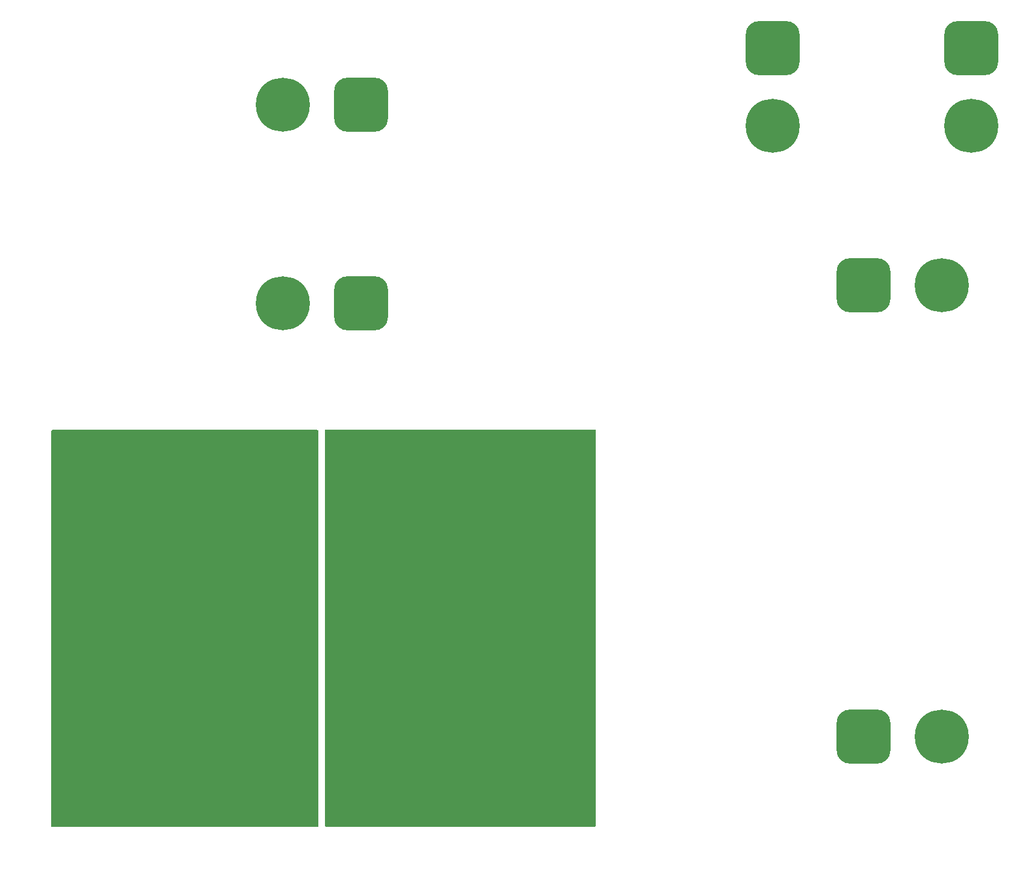
<source format=gtl>
G04 #@! TF.GenerationSoftware,KiCad,Pcbnew,(6.0.1)*
G04 #@! TF.CreationDate,2023-02-28T23:31:36-08:00*
G04 #@! TF.ProjectId,Current Test Bench,43757272-656e-4742-9054-657374204265,rev?*
G04 #@! TF.SameCoordinates,Original*
G04 #@! TF.FileFunction,Copper,L1,Top*
G04 #@! TF.FilePolarity,Positive*
%FSLAX46Y46*%
G04 Gerber Fmt 4.6, Leading zero omitted, Abs format (unit mm)*
G04 Created by KiCad (PCBNEW (6.0.1)) date 2023-02-28 23:31:36*
%MOMM*%
%LPD*%
G01*
G04 APERTURE LIST*
G04 Aperture macros list*
%AMRoundRect*
0 Rectangle with rounded corners*
0 $1 Rounding radius*
0 $2 $3 $4 $5 $6 $7 $8 $9 X,Y pos of 4 corners*
0 Add a 4 corners polygon primitive as box body*
4,1,4,$2,$3,$4,$5,$6,$7,$8,$9,$2,$3,0*
0 Add four circle primitives for the rounded corners*
1,1,$1+$1,$2,$3*
1,1,$1+$1,$4,$5*
1,1,$1+$1,$6,$7*
1,1,$1+$1,$8,$9*
0 Add four rect primitives between the rounded corners*
20,1,$1+$1,$2,$3,$4,$5,0*
20,1,$1+$1,$4,$5,$6,$7,0*
20,1,$1+$1,$6,$7,$8,$9,0*
20,1,$1+$1,$8,$9,$2,$3,0*%
G04 Aperture macros list end*
G04 #@! TA.AperFunction,ComponentPad*
%ADD10C,7.600000*%
G04 #@! TD*
G04 #@! TA.AperFunction,ComponentPad*
%ADD11RoundRect,1.900000X-1.900000X-1.900000X1.900000X-1.900000X1.900000X1.900000X-1.900000X1.900000X0*%
G04 #@! TD*
G04 #@! TA.AperFunction,ComponentPad*
%ADD12RoundRect,1.900000X-1.900000X1.900000X-1.900000X-1.900000X1.900000X-1.900000X1.900000X1.900000X0*%
G04 #@! TD*
G04 #@! TA.AperFunction,ComponentPad*
%ADD13RoundRect,1.900000X1.900000X1.900000X-1.900000X1.900000X-1.900000X-1.900000X1.900000X-1.900000X0*%
G04 #@! TD*
G04 APERTURE END LIST*
D10*
X160860000Y-139700000D03*
D11*
X149860000Y-139700000D03*
D10*
X165025000Y-53760000D03*
D12*
X165025000Y-42760000D03*
D10*
X160860000Y-76200000D03*
D11*
X149860000Y-76200000D03*
D10*
X68160000Y-78740000D03*
D13*
X79160000Y-78740000D03*
D10*
X137085000Y-53760000D03*
D12*
X137085000Y-42760000D03*
D10*
X68160000Y-109220000D03*
D13*
X79160000Y-109220000D03*
D10*
X68160000Y-137160000D03*
D13*
X79160000Y-137160000D03*
D10*
X68160000Y-50800000D03*
D13*
X79160000Y-50800000D03*
G04 #@! TA.AperFunction,Conductor*
G36*
X73052121Y-96540002D02*
G01*
X73098614Y-96593658D01*
X73110000Y-96646000D01*
X73110000Y-152274000D01*
X73089998Y-152342121D01*
X73036342Y-152388614D01*
X72984000Y-152400000D01*
X35686000Y-152400000D01*
X35617879Y-152379998D01*
X35571386Y-152326342D01*
X35560000Y-152274000D01*
X35560000Y-96646000D01*
X35580002Y-96577879D01*
X35633658Y-96531386D01*
X35686000Y-96520000D01*
X72984000Y-96520000D01*
X73052121Y-96540002D01*
G37*
G04 #@! TD.AperFunction*
G04 #@! TA.AperFunction,Conductor*
G36*
X112117121Y-96465002D02*
G01*
X112163614Y-96518658D01*
X112175000Y-96571000D01*
X112175000Y-152199000D01*
X112154998Y-152267121D01*
X112101342Y-152313614D01*
X112049000Y-152325000D01*
X74201000Y-152325000D01*
X74132879Y-152304998D01*
X74086386Y-152251342D01*
X74075000Y-152199000D01*
X74075000Y-96571000D01*
X74095002Y-96502879D01*
X74148658Y-96456386D01*
X74201000Y-96445000D01*
X112049000Y-96445000D01*
X112117121Y-96465002D01*
G37*
G04 #@! TD.AperFunction*
M02*

</source>
